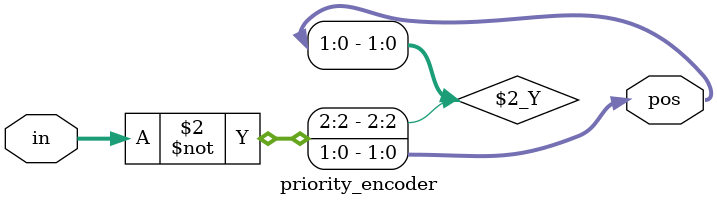
<source format=v>
module priority_encoder( 
input [2:0] in,
output reg [1:0] pos ); 
// When sel=1, assign b to out
// When sel=0, assign a to out
always begin
    pos <= ~in; 
end
endmodule

</source>
